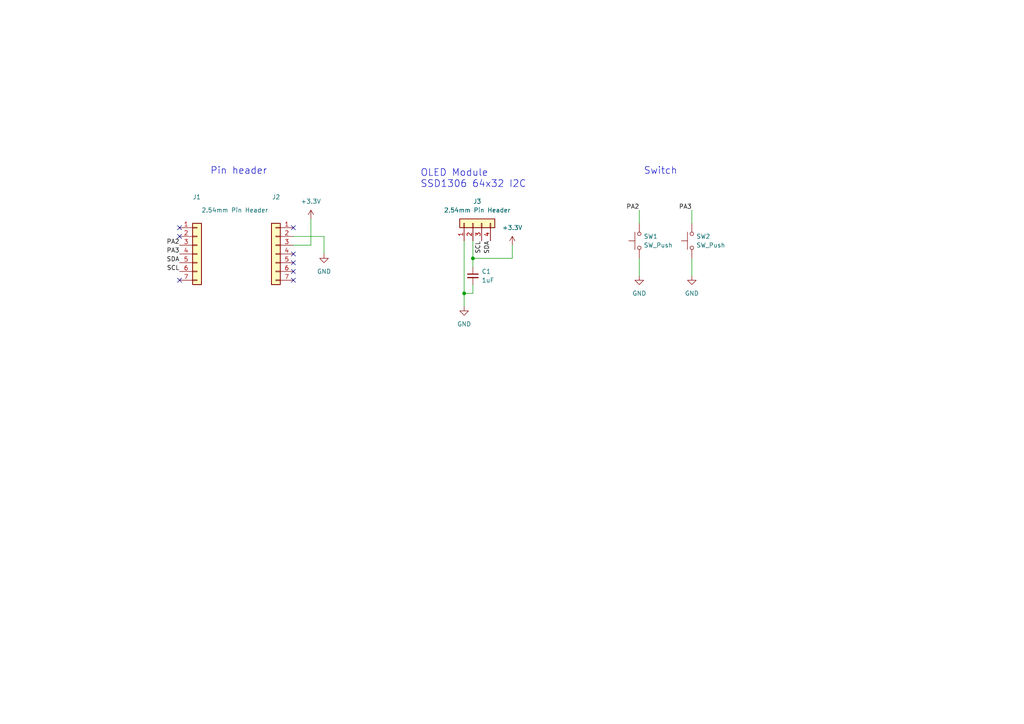
<source format=kicad_sch>
(kicad_sch (version 20230121) (generator eeschema)
  (paper "A4")
  (title_block (title "MINI_OLED_BFF") (date "2024-06-25") (rev "v1.0") (company "@suzan_works"))
  (lib_symbols
    (symbol "Connector_Generic:Conn_01x04" (pin_names (offset 1.016) hide)
      (property "Reference" "J" (at 0 5.08 0))
      (property "Value" "Conn_01x04" (at 0 -7.62 0))
      (symbol "Conn_01x04_1_1"
        (rectangle (start -1.27 -4.953) (end 0 -5.207) (stroke (width 0.1524)))
        (rectangle (start -1.27 -2.413) (end 0 -2.667) (stroke (width 0.1524)))
        (rectangle (start -1.27 0.127) (end 0 -0.127) (stroke (width 0.1524)))
        (rectangle (start -1.27 2.667) (end 0 2.413) (stroke (width 0.1524)))
        (rectangle (start -1.27 3.81) (end 1.27 -6.35) (stroke (width 0.254)) (fill (type background)))
        (pin passive line (at -5.08 2.54 0) (length 3.81) (name "Pin_1") (number "1"))
        (pin passive line (at -5.08 0 0) (length 3.81) (name "Pin_2") (number "2"))
        (pin passive line (at -5.08 -2.54 0) (length 3.81) (name "Pin_3") (number "3"))
        (pin passive line (at -5.08 -5.08 0) (length 3.81) (name "Pin_4") (number "4"))
      )
    )
    (symbol "Connector_Generic:Conn_01x07" (pin_names (offset 1.016) hide)
      (property "Reference" "J" (at 0 10.16 0))
      (property "Value" "Conn_01x07" (at 0 -10.16 0))
      (symbol "Conn_01x07_1_1"
        (rectangle (start -1.27 -7.493) (end 0 -7.747) (stroke (width 0.1524)))
        (rectangle (start -1.27 -4.953) (end 0 -5.207) (stroke (width 0.1524)))
        (rectangle (start -1.27 -2.413) (end 0 -2.667) (stroke (width 0.1524)))
        (rectangle (start -1.27 0.127) (end 0 -0.127) (stroke (width 0.1524)))
        (rectangle (start -1.27 2.667) (end 0 2.413) (stroke (width 0.1524)))
        (rectangle (start -1.27 5.207) (end 0 4.953) (stroke (width 0.1524)))
        (rectangle (start -1.27 7.747) (end 0 7.493) (stroke (width 0.1524)))
        (rectangle (start -1.27 8.89) (end 1.27 -8.89) (stroke (width 0.254)) (fill (type background)))
        (pin passive line (at -5.08 7.62 0) (length 3.81) (name "Pin_1") (number "1"))
        (pin passive line (at -5.08 5.08 0) (length 3.81) (name "Pin_2") (number "2"))
        (pin passive line (at -5.08 2.54 0) (length 3.81) (name "Pin_3") (number "3"))
        (pin passive line (at -5.08 0 0) (length 3.81) (name "Pin_4") (number "4"))
        (pin passive line (at -5.08 -2.54 0) (length 3.81) (name "Pin_5") (number "5"))
        (pin passive line (at -5.08 -5.08 0) (length 3.81) (name "Pin_6") (number "6"))
        (pin passive line (at -5.08 -7.62 0) (length 3.81) (name "Pin_7") (number "7"))
      )
    )
    (symbol "Device:C_Small" (pin_numbers hide) (pin_names (offset 0.254) hide)
      (property "Reference" "C" (at 0.254 1.778 0))
      (property "Value" "C_Small" (at 0.254 -2.032 0))
      (symbol "C_Small_0_1"
        (polyline (pts (xy -1.524 -0.508) (xy 1.524 -0.508)) (stroke (width 0.3302)))
        (polyline (pts (xy -1.524 0.508) (xy 1.524 0.508)) (stroke (width 0.3048)))
      )
      (symbol "C_Small_1_1"
        (pin passive line (at 0 2.54 270) (length 2.032) (name "~") (number "1"))
        (pin passive line (at 0 -2.54 90) (length 2.032) (name "~") (number "2"))
      )
    )
    (symbol "Switch:SW_Push" (pin_numbers hide) (pin_names (offset 1.016) hide)
      (property "Reference" "SW" (at 1.27 2.54 0))
      (property "Value" "SW_Push" (at 0 -1.524 0))
      (symbol "SW_Push_0_1"
        (circle (center -2.032 0) (radius 0.508))
        (polyline (pts (xy 0 1.27) (xy 0 3.048)))
        (polyline (pts (xy 2.54 1.27) (xy -2.54 1.27)))
        (circle (center 2.032 0) (radius 0.508))
        (pin passive line (at -5.08 0 0) (length 2.54) (name "1") (number "1"))
        (pin passive line (at 5.08 0 180) (length 2.54) (name "2") (number "2"))
      )
    )
    (symbol "power:+3.3V" (power) (pin_names (offset 0))
      (property "Value" "+3.3V" (at 0 3.556 0))
      (symbol "+3.3V_0_1"
        (polyline (pts (xy -0.762 1.27) (xy 0 2.54)))
        (polyline (pts (xy 0 0) (xy 0 2.54)))
        (polyline (pts (xy 0 2.54) (xy 0.762 1.27)))
      )
      (symbol "+3.3V_1_1"
        (pin power_in line (at 0 0 90) (length 0) hide (name "+3.3V") (number "1"))
      )
    )
    (symbol "power:GND" (power) (pin_names (offset 0))
      (property "Value" "GND" (at 0 -3.81 0))
      (symbol "GND_0_1"
        (polyline (pts (xy 0 0) (xy 0 -1.27) (xy 1.27 -1.27) (xy 0 -2.54) (xy -1.27 -1.27) (xy 0 -1.27)))
      )
      (symbol "GND_1_1"
        (pin power_in line (at 0 0 270) (length 0) hide (name "GND") (number "1"))
      )
    )
  )
  (junction (at 137.16 74.93))
  (junction (at 134.62 85.09))
  (no_connect (at 52.07 81.28))
  (no_connect (at 85.09 78.74))
  (no_connect (at 85.09 76.2))
  (no_connect (at 52.07 66.04))
  (no_connect (at 85.09 66.04))
  (no_connect (at 85.09 73.66))
  (no_connect (at 85.09 81.28))
  (no_connect (at 52.07 68.58))
  (wire (pts (xy 148.59 74.93) (xy 137.16 74.93)))
  (wire (pts (xy 134.62 69.85) (xy 134.62 85.09)))
  (wire (pts (xy 148.59 71.12) (xy 148.59 74.93)))
  (wire (pts (xy 200.66 74.93) (xy 200.66 80.01)))
  (wire (pts (xy 137.16 69.85) (xy 137.16 74.93)))
  (wire (pts (xy 137.16 74.93) (xy 137.16 77.47)))
  (wire (pts (xy 137.16 82.55) (xy 137.16 85.09)))
  (wire (pts (xy 93.98 68.58) (xy 93.98 73.66)))
  (wire (pts (xy 134.62 85.09) (xy 134.62 88.9)))
  (wire (pts (xy 90.17 71.12) (xy 90.17 63.5)))
  (wire (pts (xy 185.42 74.93) (xy 185.42 80.01)))
  (wire (pts (xy 85.09 68.58) (xy 93.98 68.58)))
  (wire (pts (xy 134.62 85.09) (xy 137.16 85.09)))
  (wire (pts (xy 185.42 60.96) (xy 185.42 64.77)))
  (wire (pts (xy 85.09 71.12) (xy 90.17 71.12)))
  (wire (pts (xy 200.66 60.96) (xy 200.66 64.77)))
  (text "Switch" (at 186.69 50.8 0) (effects (font (size 2 2)) (justify left bottom)))
  (text "Pin header" (at 60.96 50.8 0) (effects (font (size 2 2)) (justify left bottom)))
  (text "OLED Module\nSSD1306 64x32 I2C" (at 121.92 54.61 0) (effects (font (size 2 2)) (justify left bottom)))
  (label "PA3" (at 52.07 73.66 180))
  (label "PA2" (at 52.07 71.12 180))
  (label "SDA" (at 52.07 76.2 180))
  (label "SDA" (at 142.24 69.85 270))
  (label "PA2" (at 185.42 60.96 180))
  (label "SCL" (at 139.7 69.85 270))
  (label "PA3" (at 200.66 60.96 180))
  (label "SCL" (at 52.07 78.74 180))
  (symbol (lib_id "Connector_Generic:Conn_01x07") (at 80.01 73.66 0) (mirror y) (unit 1)
    (property "Reference" "J2" (at 81.28 57.15 0) (effects (justify left)))
    (property "Value" "Conn_01x07" (effects hide))
    (property "Footprint" "Connector_PinHeader_2.54mm:PinHeader_1x07_P2.54mm_Vertical" (effects hide))
  )
  (symbol (lib_id "power:GND") (at 200.66 80.01 0) (unit 1)
    (property "Reference" "#PWR09" (effects hide))
    (property "Value" "GND" (at 200.66 85.09 0))
  )
  (symbol (lib_id "power:GND") (at 185.42 80.01 0) (unit 1)
    (property "Reference" "#PWR08" (effects hide))
    (property "Value" "GND" (at 185.42 85.09 0))
  )
  (symbol (lib_id "Device:C_Small") (at 137.16 80.01 0) (unit 1)
    (property "Reference" "C1" (at 139.7 78.7463 0) (effects (justify left)))
    (property "Value" "1uF" (at 139.7 81.2863 0) (effects (justify left)))
    (property "Footprint" "Capacitor_SMD:C_0402_1005Metric" (effects hide))
  )
  (symbol (lib_id "power:GND") (at 134.62 88.9 0) (unit 1)
    (property "Reference" "#PWR03" (effects hide))
    (property "Value" "GND" (at 134.62 93.98 0))
  )
  (symbol (lib_id "power:+3.3V") (at 90.17 63.5 0) (unit 1)
    (property "Reference" "#PWR01" (effects hide))
    (property "Value" "+3.3V" (at 90.17 58.42 0))
  )
  (symbol (lib_id "Connector_Generic:Conn_01x04") (at 137.16 64.77 90) (unit 1)
    (property "Reference" "J3" (at 138.43 58.42 90))
    (property "Value" "2.54mm Pin Header" (at 138.43 60.96 90))
    (property "Footprint" "Connector_PinHeader_2.54mm:PinHeader_1x04_P2.54mm_Vertical" (effects hide))
  )
  (symbol (lib_id "power:+3.3V") (at 148.59 71.12 0) (unit 1)
    (property "Reference" "#PWR02" (effects hide))
    (property "Value" "+3.3V" (at 148.59 66.04 0))
  )
  (symbol (lib_id "Switch:SW_Push") (at 200.66 69.85 90) (unit 1)
    (property "Reference" "SW2" (at 201.93 68.58 90) (effects (justify right)))
    (property "Value" "SW_Push" (at 201.93 71.12 90) (effects (justify right)))
    (property "Footprint" "Button_Switch_SMD:SW_Push_SPST_NO_Alps_SKRK" (effects hide))
  )
  (symbol (lib_id "Connector_Generic:Conn_01x07") (at 57.15 73.66 0) (unit 1)
    (property "Reference" "J1" (at 55.88 57.15 0) (effects (justify left)))
    (property "Value" "2.54mm Pin Header" (at 58.42 60.96 0) (effects (justify left)))
    (property "Footprint" "Connector_PinHeader_2.54mm:PinHeader_1x07_P2.54mm_Vertical" (effects hide))
  )
  (symbol (lib_id "Switch:SW_Push") (at 185.42 69.85 90) (unit 1)
    (property "Reference" "SW1" (at 186.69 68.58 90) (effects (justify right)))
    (property "Value" "SW_Push" (at 186.69 71.12 90) (effects (justify right)))
    (property "Footprint" "Button_Switch_SMD:SW_Push_SPST_NO_Alps_SKRK" (effects hide))
  )
  (symbol (lib_id "power:GND") (at 93.98 73.66 0) (unit 1)
    (property "Reference" "#PWR04" (effects hide))
    (property "Value" "GND" (at 93.98 78.74 0))
  )
)
</source>
